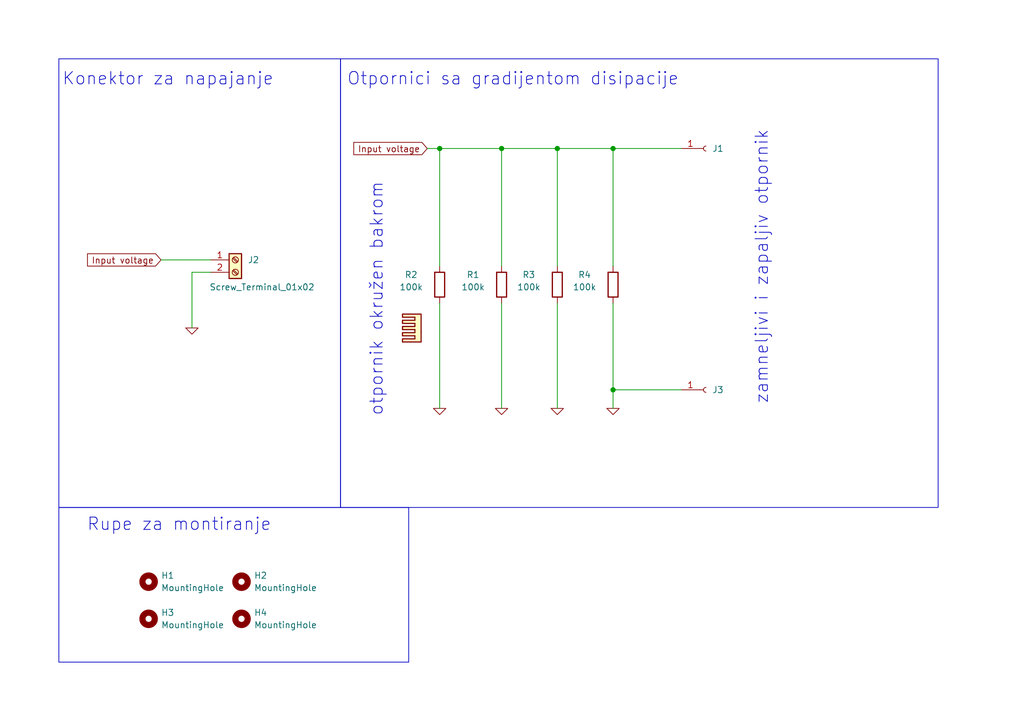
<source format=kicad_sch>
(kicad_sch (version 20231120) (generator "eeschema") (generator_version "8.0")
  (paper "A5")
  (title_block (title "Džulov zakon") (rev "v1"))
  (lib_symbols
    (symbol "Connector:Conn_01x01_Socket" (pin_names (offset 1.016) hide)
      (property "Reference" "J" (at 0 2.54 0))
      (property "Value" "Conn_01x01_Socket" (at 0 -2.54 0))
      (symbol "Conn_01x01_Socket_1_1"
        (polyline (pts (xy -1.27 0) (xy -0.508 0)) (stroke (width 0.1524)))
        (arc (start 0 0.508) (mid -0.5058 0) (end 0 -0.508) (stroke (width 0.1524)))
        (pin passive line (at -5.08 0 0) (length 3.81) (name "Pin_1") (number "1"))
      )
    )
    (symbol "Connector:Screw_Terminal_01x02" (pin_names (offset 1.016) hide)
      (property "Reference" "J" (at 0 2.54 0))
      (property "Value" "Screw_Terminal_01x02" (at 0 -5.08 0))
      (symbol "Screw_Terminal_01x02_1_1"
        (rectangle (start -1.27 1.27) (end 1.27 -3.81) (stroke (width 0.254)) (fill (type background)))
        (circle (center 0 -2.54) (radius 0.635) (stroke (width 0.1524)))
        (polyline (pts (xy -0.5334 -2.2098) (xy 0.3302 -3.048)) (stroke (width 0.1524)))
        (polyline (pts (xy -0.5334 0.3302) (xy 0.3302 -0.508)) (stroke (width 0.1524)))
        (polyline (pts (xy -0.3556 -2.032) (xy 0.508 -2.8702)) (stroke (width 0.1524)))
        (polyline (pts (xy -0.3556 0.508) (xy 0.508 -0.3302)) (stroke (width 0.1524)))
        (circle (center 0 0) (radius 0.635) (stroke (width 0.1524)))
        (pin passive line (at -5.08 0 0) (length 3.81) (name "Pin_1") (number "1"))
        (pin passive line (at -5.08 -2.54 0) (length 3.81) (name "Pin_2") (number "2"))
      )
    )
    (symbol "Device:R" (pin_numbers hide) (pin_names (offset 0))
      (property "Reference" "R" (at 2.032 0 90))
      (property "Value" "R" (at 0 0 90))
      (symbol "R_0_1"
        (rectangle (start -1.016 -2.54) (end 1.016 2.54) (stroke (width 0.254)))
      )
      (symbol "R_1_1"
        (pin passive line (at 0 3.81 270) (length 1.27) (name "~") (number "1"))
        (pin passive line (at 0 -3.81 90) (length 1.27) (name "~") (number "2"))
      )
    )
    (symbol "Mechanical:Heatsink" (pin_names (offset 1.016)) (exclude_from_sim yes)
      (property "Reference" "HS" (at 0 5.08 0))
      (property "Value" "Heatsink" (at 0 -1.27 0))
      (symbol "Heatsink_0_1"
        (polyline (pts (xy -0.3302 1.27) (xy -0.9652 1.27) (xy -0.9652 3.81) (xy -1.6002 3.81) (xy -1.6002 1.27) (xy -2.2352 1.27) (xy -2.2352 3.81) (xy -2.8702 3.81) (xy -2.8702 0) (xy -0.9652 0)) (stroke (width 0.254)) (fill (type background)))
        (polyline (pts (xy -0.3302 1.27) (xy -0.3302 3.81) (xy 0.3048 3.81) (xy 0.3048 1.27) (xy 0.9398 1.27) (xy 0.9398 3.81) (xy 1.5748 3.81) (xy 1.5748 1.27) (xy 2.2098 1.27) (xy 2.2098 3.81) (xy 2.8448 3.81) (xy 2.8448 0) (xy -0.9652 0)) (stroke (width 0.254)) (fill (type background)))
      )
    )
    (symbol "Mechanical:MountingHole" (pin_names (offset 1.016))
      (property "Reference" "H" (at 0 5.08 0))
      (property "Value" "MountingHole" (at 0 3.175 0))
      (symbol "MountingHole_0_1"
        (circle (center 0 0) (radius 1.27) (stroke (width 1.27)))
      )
    )
    (symbol "Simulation_SPICE:0" (power) (pin_names (offset 0))
      (property "Value" "0" (at 0 -1.778 0))
      (symbol "0_0_1"
        (polyline (pts (xy -1.27 0) (xy 0 -1.27) (xy 1.27 0) (xy -1.27 0)))
      )
      (symbol "0_1_1"
        (pin power_in line (at 0 0 0) (length 0) hide (name "0") (number "1"))
      )
    )
  )
  (junction (at 114.3 30.48))
  (junction (at 125.73 30.48))
  (junction (at 102.87 30.48))
  (junction (at 90.17 30.48))
  (junction (at 125.73 80.01))
  (wire (pts (xy 114.3 30.48) (xy 114.3 54.61)))
  (wire (pts (xy 125.73 30.48) (xy 114.3 30.48)))
  (wire (pts (xy 90.17 30.48) (xy 102.87 30.48)))
  (wire (pts (xy 125.73 80.01) (xy 139.7 80.01)))
  (wire (pts (xy 102.87 30.48) (xy 102.87 54.61)))
  (wire (pts (xy 87.63 30.48) (xy 90.17 30.48)))
  (wire (pts (xy 90.17 62.23) (xy 90.17 83.82)))
  (wire (pts (xy 90.17 30.48) (xy 90.17 54.61)))
  (wire (pts (xy 125.73 54.61) (xy 125.73 30.48)))
  (wire (pts (xy 114.3 30.48) (xy 102.87 30.48)))
  (wire (pts (xy 125.73 62.23) (xy 125.73 80.01)))
  (wire (pts (xy 39.37 55.88) (xy 43.18 55.88)))
  (wire (pts (xy 43.18 53.34) (xy 33.02 53.34)))
  (wire (pts (xy 125.73 30.48) (xy 139.7 30.48)))
  (wire (pts (xy 125.73 80.01) (xy 125.73 83.82)))
  (wire (pts (xy 39.37 55.88) (xy 39.37 67.31)))
  (wire (pts (xy 102.87 62.23) (xy 102.87 83.82)))
  (wire (pts (xy 114.3 62.23) (xy 114.3 83.82)))
  (rectangle (start 12.065 12.065) (end 69.85 104.14))
  (rectangle (start 12.065 104.14) (end 83.82 135.89))
  (rectangle (start 69.85 12.065) (end 192.405 104.14))
  (text "zamneljivi i zapaljiv otpornik\n" (at 156.21 54.864 90) (effects (font (size 2.54 2.54))))
  (text "Rupe za montiranje\n" (at 17.78 109.22 0) (effects (font (size 2.54 2.54)) (justify left bottom)))
  (text "otpornik okružen bakrom\n" (at 77.216 61.468 90) (effects (font (size 2.54 2.54))))
  (text "Konektor za napajanje" (at 12.7 17.78 0) (effects (font (size 2.54 2.54)) (justify left bottom)))
  (text "Otpornici sa gradijentom disipacije\n" (at 71.12 17.78 0) (effects (font (size 2.54 2.54)) (justify left bottom)))
  (global_label "Input voltage" (shape input) (at 33.02 53.34 180) (property "Intersheetrefs" "${INTERSHEET_REFS}" (effects (hide yes))))
  (global_label "Input voltage" (shape input) (at 87.63 30.48 180) (property "Intersheetrefs" "${INTERSHEET_REFS}" (effects (hide yes))))
  (symbol (lib_id "Simulation_SPICE:0") (at 39.37 67.31 0) (unit 1)
    (property "Reference" "#GND05" (effects (hide yes)))
    (property "Value" "0" (effects (hide yes)))
  )
  (symbol (lib_id "Simulation_SPICE:0") (at 102.87 83.82 0) (unit 1)
    (property "Reference" "#GND07" (effects (hide yes)))
    (property "Value" "0" (effects (hide yes)))
  )
  (symbol (lib_id "Mechanical:MountingHole") (at 30.48 127 0) (unit 1)
    (property "Reference" "H3" (at 33.02 125.73 0) (effects (justify left)))
    (property "Value" "MountingHole" (at 33.02 128.27 0) (effects (justify left)))
    (property "Footprint" "MountingHole:MountingHole_3.2mm_M3_ISO14580_Pad_TopBottom" (effects (hide yes)))
  )
  (symbol (lib_id "Simulation_SPICE:0") (at 125.73 83.82 0) (unit 1)
    (property "Reference" "#GND02" (effects (hide yes)))
    (property "Value" "0" (effects (hide yes)))
  )
  (symbol (lib_id "Device:R") (at 90.17 58.42 0) (unit 1)
    (property "Reference" "R2" (at 84.328 56.388 0))
    (property "Value" "100k" (at 84.328 58.928 0))
    (property "Footprint" "Resistor_SMD:R_1206_3216Metric_Pad1.30x1.75mm_HandSolder" (effects (hide yes)))
  )
  (symbol (lib_id "Connector:Screw_Terminal_01x02") (at 48.26 53.34 0) (unit 1) (exclude_from_sim yes)
    (property "Reference" "J2" (at 50.8 53.34 0) (effects (justify left)))
    (property "Value" "Screw_Terminal_01x02" (at 42.926 58.928 0) (effects (justify left)))
    (property "Footprint" "TerminalBlock_Phoenix:TerminalBlock_Phoenix_MKDS-1,5-2-5.08_1x02_P5.08mm_Horizontal" (effects (hide yes)))
  )
  (symbol (lib_id "Device:R") (at 125.73 58.42 0) (unit 1)
    (property "Reference" "R4" (at 119.888 56.388 0))
    (property "Value" "100k" (at 119.888 58.928 0))
    (property "Footprint" "Resistor_SMD:R_1206_3216Metric_Pad1.30x1.75mm_HandSolder" (effects (hide yes)))
  )
  (symbol (lib_id "Simulation_SPICE:0") (at 90.17 83.82 0) (unit 1)
    (property "Reference" "#GND03" (effects (hide yes)))
    (property "Value" "0" (effects (hide yes)))
  )
  (symbol (lib_id "Mechanical:MountingHole") (at 49.53 119.38 0) (unit 1)
    (property "Reference" "H2" (at 52.07 118.11 0) (effects (justify left)))
    (property "Value" "MountingHole" (at 52.07 120.65 0) (effects (justify left)))
    (property "Footprint" "MountingHole:MountingHole_3.2mm_M3_ISO14580_Pad_TopBottom" (effects (hide yes)))
  )
  (symbol (lib_id "Device:R") (at 114.3 58.42 0) (unit 1)
    (property "Reference" "R3" (at 108.458 56.388 0))
    (property "Value" "100k" (at 108.458 58.928 0))
    (property "Footprint" "Resistor_SMD:R_1206_3216Metric_Pad1.30x1.75mm_HandSolder" (effects (hide yes)))
  )
  (symbol (lib_id "Mechanical:MountingHole") (at 30.48 119.38 0) (unit 1)
    (property "Reference" "H1" (at 33.02 118.11 0) (effects (justify left)))
    (property "Value" "MountingHole" (at 33.02 120.65 0) (effects (justify left)))
    (property "Footprint" "MountingHole:MountingHole_3.2mm_M3_ISO14580_Pad_TopBottom" (effects (hide yes)))
  )
  (symbol (lib_id "Mechanical:Heatsink") (at 86.36 67.31 90) (unit 1) (exclude_from_sim yes)
    (property "Reference" "HS1" (effects (hide yes)))
    (property "Value" "Heatsink" (effects (hide yes)))
    (property "Description" "Heatsink" (effects (hide yes)))
  )
  (symbol (lib_id "Mechanical:MountingHole") (at 49.53 127 0) (unit 1)
    (property "Reference" "H4" (at 52.07 125.73 0) (effects (justify left)))
    (property "Value" "MountingHole" (at 52.07 128.27 0) (effects (justify left)))
    (property "Footprint" "MountingHole:MountingHole_3.2mm_M3_ISO14580_Pad_TopBottom" (effects (hide yes)))
  )
  (symbol (lib_id "Connector:Conn_01x01_Socket") (at 144.78 30.48 0) (unit 1)
    (property "Reference" "J1" (at 146.05 30.4799 0) (effects (justify left)))
    (property "Value" "Conn_01x01_Socket" (effects (hide yes)))
    (property "Footprint" "Connector_PinSocket_2.54mm:PinSocket_1x01_P2.54mm_Vertical" (effects (hide yes)))
    (property "Description" "Generic connector, single row, 01x01, script generated" (effects (hide yes)))
  )
  (symbol (lib_id "Device:R") (at 102.87 58.42 0) (unit 1)
    (property "Reference" "R1" (at 97.028 56.388 0))
    (property "Value" "100k" (at 97.028 58.928 0))
    (property "Footprint" "Resistor_SMD:R_1206_3216Metric_Pad1.30x1.75mm_HandSolder" (effects (hide yes)))
  )
  (symbol (lib_id "Simulation_SPICE:0") (at 114.3 83.82 0) (unit 1)
    (property "Reference" "#GND01" (effects (hide yes)))
    (property "Value" "0" (effects (hide yes)))
  )
  (symbol (lib_id "Connector:Conn_01x01_Socket") (at 144.78 80.01 0) (unit 1)
    (property "Reference" "J3" (at 146.05 80.0099 0) (effects (justify left)))
    (property "Value" "Conn_01x01_Socket" (effects (hide yes)))
    (property "Footprint" "Connector_PinSocket_2.54mm:PinSocket_1x01_P2.54mm_Vertical" (effects (hide yes)))
    (property "Description" "Generic connector, single row, 01x01, script generated" (effects (hide yes)))
  )
)
</source>
